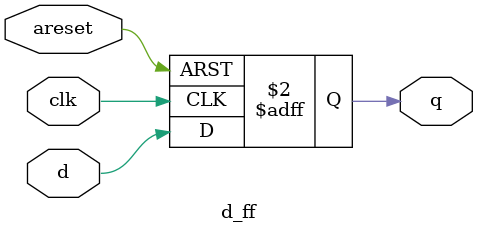
<source format=v>
module d_ff (
    input clk,
    input d, 
    input areset,   // asynchronous reset
    output reg q);
    always@(posedge clk or posedge areset)begin
        if (areset)
            q<=0;
        else
            q<=d;
    end
endmodule

</source>
